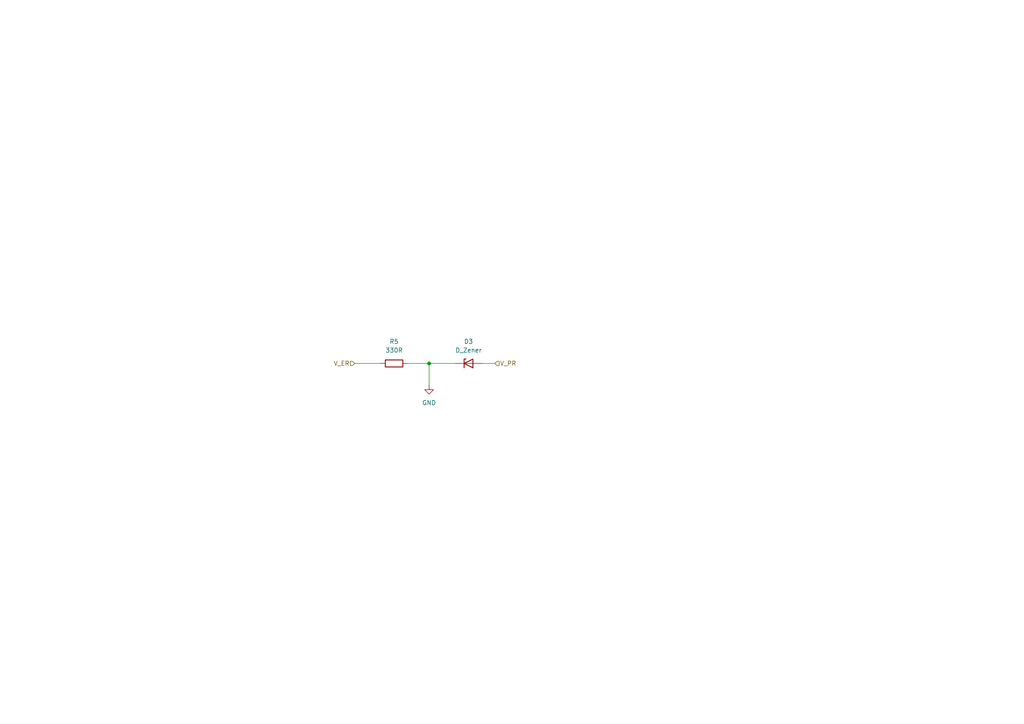
<source format=kicad_sch>
(kicad_sch (version 20231120) (generator "eeschema") (generator_version "8.0")
  (paper "A4")
  (lib_symbols
    (symbol "Device:D_Zener" (pin_numbers hide) (pin_names (offset 1.016) hide)
      (property "Reference" "D" (at 0 2.54 0))
      (property "Value" "D_Zener" (at 0 -2.54 0))
      (symbol "D_Zener_0_1"
        (polyline (pts (xy 1.27 0) (xy -1.27 0)))
        (polyline (pts (xy -1.27 -1.27) (xy -1.27 1.27) (xy -0.762 1.27)) (stroke (width 0.254)))
        (polyline (pts (xy 1.27 -1.27) (xy 1.27 1.27) (xy -1.27 0) (xy 1.27 -1.27)) (stroke (width 0.254)))
      )
      (symbol "D_Zener_1_1"
        (pin passive line (at -3.81 0 0) (length 2.54) (name "K") (number "1"))
        (pin passive line (at 3.81 0 180) (length 2.54) (name "A") (number "2"))
      )
    )
    (symbol "Device:R" (pin_numbers hide) (pin_names (offset 0))
      (property "Reference" "R" (at 2.032 0 90))
      (property "Value" "R" (at 0 0 90))
      (symbol "R_0_1"
        (rectangle (start -1.016 -2.54) (end 1.016 2.54) (stroke (width 0.254)))
      )
      (symbol "R_1_1"
        (pin passive line (at 0 3.81 270) (length 1.27) (name "~") (number "1"))
        (pin passive line (at 0 -3.81 90) (length 1.27) (name "~") (number "2"))
      )
    )
    (symbol "power:GND" (power) (pin_numbers hide) (pin_names (offset 0) hide)
      (property "Value" "GND" (at 0 -3.81 0))
      (symbol "GND_0_1"
        (polyline (pts (xy 0 0) (xy 0 -1.27) (xy 1.27 -1.27) (xy 0 -2.54) (xy -1.27 -1.27) (xy 0 -1.27)))
      )
      (symbol "GND_1_1"
        (pin power_in line (at 0 0 270) (length 0) (name "~") (number "1"))
      )
    )
  )
  (junction (at 124.46 105.41))
  (wire (pts (xy 118.11 105.41) (xy 124.46 105.41)))
  (wire (pts (xy 139.7 105.41) (xy 143.51 105.41)))
  (wire (pts (xy 124.46 105.41) (xy 124.46 111.76)))
  (wire (pts (xy 132.08 105.41) (xy 124.46 105.41)))
  (wire (pts (xy 102.87 105.41) (xy 110.49 105.41)))
  (hierarchical_label "V_ER" (shape input) (at 102.87 105.41 180))
  (hierarchical_label "V_PR" (shape input) (at 143.51 105.41 0))
  (symbol (lib_id "Device:R") (at 114.3 105.41 90) (unit 1)
    (property "Reference" "R5" (at 114.3 99.06 90))
    (property "Value" "330R" (at 114.3 101.6 90))
    (property "Footprint" "Resistor_SMD:R_0402_1005Metric" (effects (hide yes)))
    (property "Description" "Resistor" (effects (hide yes)))
  )
  (symbol (lib_id "Device:D_Zener") (at 135.89 105.41 0) (unit 1)
    (property "Reference" "D3" (at 135.89 99.06 0))
    (property "Value" "D_Zener" (at 135.89 101.6 0))
    (property "Footprint" "Diode_SMD:D_SOD-523" (effects (hide yes)))
    (property "Description" "Zener diode" (effects (hide yes)))
  )
  (symbol (lib_id "power:GND") (at 124.46 111.76 0) (unit 1)
    (property "Reference" "#PWR01" (effects (hide yes)))
    (property "Value" "GND" (at 124.46 116.84 0))
    (property "Description" "Power symbol creates a global label with name \"GND\" , ground" (effects (hide yes)))
  )
)
</source>
